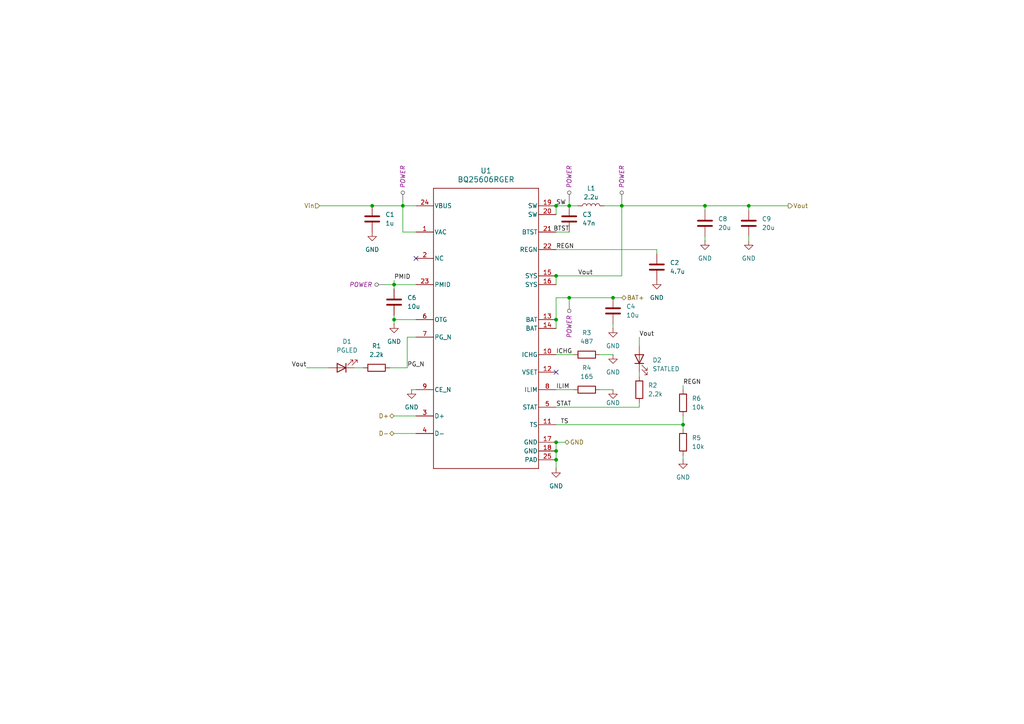
<source format=kicad_sch>
(kicad_sch (version 20231120) (generator "eeschema") (generator_version "8.0")
  (paper "A4")
  (title_block (title "RTAP - Cargador") (date "2024-03-27") (rev "v0.1.0") (company "RTAP"))
  (lib_symbols
    (symbol "Device:C" (pin_numbers hide) (pin_names (offset 0.254))
      (property "Reference" "C" (at 0.635 2.54 0))
      (property "Value" "C" (at 0.635 -2.54 0))
      (symbol "C_0_1"
        (polyline (pts (xy -2.032 -0.762) (xy 2.032 -0.762)) (stroke (width 0.508)))
        (polyline (pts (xy -2.032 0.762) (xy 2.032 0.762)) (stroke (width 0.508)))
      )
      (symbol "C_1_1"
        (pin passive line (at 0 3.81 270) (length 2.794) (name "~") (number "1"))
        (pin passive line (at 0 -3.81 90) (length 2.794) (name "~") (number "2"))
      )
    )
    (symbol "Device:L" (pin_numbers hide) (pin_names (offset 1.016) hide)
      (property "Reference" "L" (at -1.27 0 90))
      (property "Value" "L" (at 1.905 0 90))
      (symbol "L_0_1"
        (arc (start 0 -2.54) (mid 0.6323 -1.905) (end 0 -1.27))
        (arc (start 0 -1.27) (mid 0.6323 -0.635) (end 0 0))
        (arc (start 0 0) (mid 0.6323 0.635) (end 0 1.27))
        (arc (start 0 1.27) (mid 0.6323 1.905) (end 0 2.54))
      )
      (symbol "L_1_1"
        (pin passive line (at 0 3.81 270) (length 1.27) (name "1") (number "1"))
        (pin passive line (at 0 -3.81 90) (length 1.27) (name "2") (number "2"))
      )
    )
    (symbol "Device:LED" (pin_numbers hide) (pin_names (offset 1.016) hide)
      (property "Reference" "D" (at 0 2.54 0))
      (property "Value" "LED" (at 0 -2.54 0))
      (symbol "LED_0_1"
        (polyline (pts (xy -1.27 -1.27) (xy -1.27 1.27)) (stroke (width 0.254)))
        (polyline (pts (xy -1.27 0) (xy 1.27 0)))
        (polyline (pts (xy 1.27 -1.27) (xy 1.27 1.27) (xy -1.27 0) (xy 1.27 -1.27)) (stroke (width 0.254)))
        (polyline (pts (xy -3.048 -0.762) (xy -4.572 -2.286) (xy -3.81 -2.286) (xy -4.572 -2.286) (xy -4.572 -1.524)))
        (polyline (pts (xy -1.778 -0.762) (xy -3.302 -2.286) (xy -2.54 -2.286) (xy -3.302 -2.286) (xy -3.302 -1.524)))
      )
      (symbol "LED_1_1"
        (pin passive line (at -3.81 0 0) (length 2.54) (name "K") (number "1"))
        (pin passive line (at 3.81 0 180) (length 2.54) (name "A") (number "2"))
      )
    )
    (symbol "Device:R" (pin_numbers hide) (pin_names (offset 0))
      (property "Reference" "R" (at 2.032 0 90))
      (property "Value" "R" (at 0 0 90))
      (symbol "R_0_1"
        (rectangle (start -1.016 -2.54) (end 1.016 2.54) (stroke (width 0.254)))
      )
      (symbol "R_1_1"
        (pin passive line (at 0 3.81 270) (length 1.27) (name "~") (number "1"))
        (pin passive line (at 0 -3.81 90) (length 1.27) (name "~") (number "2"))
      )
    )
    (symbol "alimentacion:BQ25606RGER" (pin_names (offset 0.254))
      (property "Reference" "U" (at 0 2.54 0))
      (property "Value" "BQ25606RGER" (at 0 0 0))
      (symbol "BQ25606RGER_0_1"
        (polyline (pts (xy -15.24 -40.64) (xy 15.24 -40.64)) (stroke (width 0.2032)))
        (polyline (pts (xy -15.24 40.64) (xy -15.24 -40.64)) (stroke (width 0.2032)))
        (polyline (pts (xy 15.24 -40.64) (xy 15.24 40.64)) (stroke (width 0.2032)))
        (polyline (pts (xy 15.24 40.64) (xy -15.24 40.64)) (stroke (width 0.2032)))
        (pin power_in line (at -20.32 27.94 0) (length 5.08) (name "VAC") (number "1"))
        (pin bidirectional line (at 20.32 -7.62 180) (length 5.08) (name "ICHG") (number "10"))
        (pin input line (at 20.32 -27.94 180) (length 5.08) (name "TS") (number "11"))
        (pin input line (at 20.32 -12.7 180) (length 5.08) (name "VSET") (number "12"))
        (pin power_in line (at 20.32 2.54 180) (length 5.08) (name "BAT") (number "13"))
        (pin power_in line (at 20.32 0 180) (length 5.08) (name "BAT") (number "14"))
        (pin power_in line (at 20.32 15.24 180) (length 5.08) (name "SYS") (number "15"))
        (pin power_in line (at 20.32 12.7 180) (length 5.08) (name "SYS") (number "16"))
        (pin power_in line (at 20.32 -33.02 180) (length 5.08) (name "GND") (number "17"))
        (pin power_in line (at 20.32 -35.56 180) (length 5.08) (name "GND") (number "18"))
        (pin power_in line (at 20.32 35.56 180) (length 5.08) (name "SW") (number "19"))
        (pin unspecified line (at -20.32 20.32 0) (length 5.08) (name "NC") (number "2"))
        (pin power_in line (at 20.32 33.02 180) (length 5.08) (name "SW") (number "20"))
        (pin power_in line (at 20.32 27.94 180) (length 5.08) (name "BTST") (number "21"))
        (pin power_in line (at 20.32 22.86 180) (length 5.08) (name "REGN") (number "22"))
        (pin output line (at -20.32 12.7 0) (length 5.08) (name "PMID") (number "23"))
        (pin power_in line (at -20.32 35.56 0) (length 5.08) (name "VBUS") (number "24"))
        (pin power_in line (at 20.32 -38.1 180) (length 5.08) (name "PAD") (number "25"))
        (pin input line (at -20.32 -25.4 0) (length 5.08) (name "D+") (number "3"))
        (pin unspecified line (at -20.32 -30.48 0) (length 5.08) (name "D-") (number "4"))
        (pin open_collector line (at 20.32 -22.86 180) (length 5.08) (name "STAT") (number "5"))
        (pin input line (at -20.32 2.54 0) (length 5.08) (name "OTG") (number "6"))
        (pin open_collector line (at -20.32 -2.54 0) (length 5.08) (name "PG_N") (number "7"))
        (pin input line (at 20.32 -17.78 180) (length 5.08) (name "ILIM") (number "8"))
        (pin input line (at -20.32 -17.78 0) (length 5.08) (name "CE_N") (number "9"))
      )
    )
    (symbol "power:GND" (power) (pin_numbers hide) (pin_names (offset 0) hide)
      (property "Value" "GND" (at 0 -3.81 0))
      (symbol "GND_0_1"
        (polyline (pts (xy 0 0) (xy 0 -1.27) (xy 1.27 -1.27) (xy 0 -2.54) (xy -1.27 -1.27) (xy 0 -1.27)))
      )
      (symbol "GND_1_1"
        (pin power_in line (at 0 0 270) (length 0) (name "~") (number "1"))
      )
    )
  )
  (junction (at 217.17 59.69))
  (junction (at 116.84 59.69))
  (junction (at 161.29 92.71))
  (junction (at 114.3 82.55))
  (junction (at 161.29 59.69))
  (junction (at 114.3 92.71))
  (junction (at 165.1 59.69))
  (junction (at 165.1 86.36))
  (junction (at 177.8 86.36))
  (junction (at 161.29 128.27))
  (junction (at 198.12 123.19))
  (junction (at 161.29 80.01))
  (junction (at 161.29 133.35))
  (junction (at 161.29 130.81))
  (junction (at 180.34 59.69))
  (junction (at 204.47 59.69))
  (junction (at 107.95 59.69))
  (no_connect (at 161.29 107.95))
  (no_connect (at 120.65 74.93))
  (wire (pts (xy 190.5 72.39) (xy 161.29 72.39)))
  (wire (pts (xy 198.12 111.76) (xy 198.12 113.03)))
  (wire (pts (xy 204.47 59.69) (xy 217.17 59.69)))
  (wire (pts (xy 165.1 58.42) (xy 165.1 59.69)))
  (wire (pts (xy 204.47 69.85) (xy 204.47 68.58)))
  (wire (pts (xy 173.99 113.03) (xy 177.8 113.03)))
  (wire (pts (xy 161.29 128.27) (xy 161.29 130.81)))
  (wire (pts (xy 185.42 116.84) (xy 185.42 118.11)))
  (wire (pts (xy 198.12 120.65) (xy 198.12 123.19)))
  (wire (pts (xy 118.11 106.68) (xy 118.11 97.79)))
  (wire (pts (xy 161.29 113.03) (xy 166.37 113.03)))
  (wire (pts (xy 180.34 59.69) (xy 180.34 80.01)))
  (wire (pts (xy 198.12 132.08) (xy 198.12 133.35)))
  (wire (pts (xy 161.29 59.69) (xy 165.1 59.69)))
  (wire (pts (xy 180.34 59.69) (xy 204.47 59.69)))
  (wire (pts (xy 185.42 118.11) (xy 161.29 118.11)))
  (wire (pts (xy 161.29 128.27) (xy 163.83 128.27)))
  (wire (pts (xy 177.8 86.36) (xy 180.34 86.36)))
  (wire (pts (xy 204.47 60.96) (xy 204.47 59.69)))
  (wire (pts (xy 114.3 120.65) (xy 120.65 120.65)))
  (wire (pts (xy 114.3 82.55) (xy 114.3 83.82)))
  (wire (pts (xy 161.29 92.71) (xy 161.29 86.36)))
  (wire (pts (xy 114.3 81.28) (xy 114.3 82.55)))
  (wire (pts (xy 114.3 125.73) (xy 120.65 125.73)))
  (wire (pts (xy 161.29 86.36) (xy 165.1 86.36)))
  (wire (pts (xy 120.65 82.55) (xy 114.3 82.55)))
  (wire (pts (xy 161.29 130.81) (xy 161.29 133.35)))
  (wire (pts (xy 177.8 93.98) (xy 177.8 95.25)))
  (wire (pts (xy 120.65 67.31) (xy 116.84 67.31)))
  (wire (pts (xy 165.1 87.63) (xy 165.1 86.36)))
  (wire (pts (xy 102.87 106.68) (xy 105.41 106.68)))
  (wire (pts (xy 190.5 73.66) (xy 190.5 72.39)))
  (wire (pts (xy 114.3 91.44) (xy 114.3 92.71)))
  (wire (pts (xy 161.29 123.19) (xy 198.12 123.19)))
  (wire (pts (xy 107.95 59.69) (xy 116.84 59.69)))
  (wire (pts (xy 114.3 93.98) (xy 114.3 92.71)))
  (wire (pts (xy 113.03 106.68) (xy 118.11 106.68)))
  (wire (pts (xy 217.17 59.69) (xy 228.6 59.69)))
  (wire (pts (xy 217.17 69.85) (xy 217.17 68.58)))
  (wire (pts (xy 173.99 102.87) (xy 177.8 102.87)))
  (wire (pts (xy 161.29 59.69) (xy 161.29 62.23)))
  (wire (pts (xy 111.76 82.55) (xy 114.3 82.55)))
  (wire (pts (xy 116.84 59.69) (xy 120.65 59.69)))
  (wire (pts (xy 165.1 86.36) (xy 177.8 86.36)))
  (wire (pts (xy 161.29 133.35) (xy 161.29 135.89)))
  (wire (pts (xy 92.71 59.69) (xy 107.95 59.69)))
  (wire (pts (xy 185.42 107.95) (xy 185.42 109.22)))
  (wire (pts (xy 161.29 92.71) (xy 161.29 95.25)))
  (wire (pts (xy 116.84 58.42) (xy 116.84 59.69)))
  (wire (pts (xy 198.12 123.19) (xy 198.12 124.46)))
  (wire (pts (xy 175.26 59.69) (xy 180.34 59.69)))
  (wire (pts (xy 185.42 97.79) (xy 185.42 100.33)))
  (wire (pts (xy 114.3 92.71) (xy 120.65 92.71)))
  (wire (pts (xy 119.38 113.03) (xy 120.65 113.03)))
  (wire (pts (xy 180.34 80.01) (xy 161.29 80.01)))
  (wire (pts (xy 161.29 67.31) (xy 165.1 67.31)))
  (wire (pts (xy 161.29 80.01) (xy 161.29 82.55)))
  (wire (pts (xy 116.84 67.31) (xy 116.84 59.69)))
  (wire (pts (xy 118.11 97.79) (xy 120.65 97.79)))
  (wire (pts (xy 161.29 102.87) (xy 166.37 102.87)))
  (wire (pts (xy 217.17 60.96) (xy 217.17 59.69)))
  (wire (pts (xy 165.1 59.69) (xy 167.64 59.69)))
  (wire (pts (xy 88.9 106.68) (xy 95.25 106.68)))
  (wire (pts (xy 180.34 58.42) (xy 180.34 59.69)))
  (label "REGN" (at 198.12 111.76 0))
  (label "Vout" (at 88.9 106.68 180))
  (label "PG_N" (at 118.11 106.68 0))
  (label "TS" (at 162.56 123.19 0))
  (label "Vout" (at 167.64 80.01 0))
  (label "PMID" (at 114.3 81.28 0))
  (label "ILIM" (at 161.29 113.03 0))
  (label "REGN" (at 161.29 72.39 0))
  (label "Vout" (at 185.42 97.79 0))
  (label "BTST" (at 165.1 67.31 180))
  (label "SW" (at 161.29 59.69 0))
  (label "STAT" (at 161.29 118.11 0))
  (label "ICHG" (at 161.29 102.87 0))
  (hierarchical_label "GND" (shape bidirectional) (at 163.83 128.27 0))
  (hierarchical_label "Vin" (shape input) (at 92.71 59.69 180))
  (hierarchical_label "Vout" (shape output) (at 228.6 59.69 0))
  (hierarchical_label "D-" (shape bidirectional) (at 114.3 125.73 180))
  (hierarchical_label "D+" (shape bidirectional) (at 114.3 120.65 180))
  (hierarchical_label "BAT+" (shape bidirectional) (at 180.34 86.36 0))
  (netclass_flag "" (length 2.54) (shape round) (at 165.1 87.63 180) (property "Netclass" "POWER" (at 165.1 91.44 90) (effects (font (italic yes)) (justify right))))
  (netclass_flag "" (length 2.54) (shape round) (at 116.84 58.42 0) (property "Netclass" "POWER" (at 116.84 54.61 90) (effects (font (italic yes)) (justify left))))
  (netclass_flag "" (length 2.54) (shape round) (at 180.34 58.42 0) (property "Netclass" "POWER" (at 180.34 54.61 90) (effects (font (italic yes)) (justify left))))
  (netclass_flag "" (length 2.54) (shape round) (at 165.1 58.42 0) (property "Netclass" "POWER" (at 165.1 54.61 90) (effects (font (italic yes)) (justify left))))
  (netclass_flag "" (length 2.54) (shape round) (at 111.76 82.55 90) (property "Netclass" "POWER" (at 107.95 82.55 0) (effects (font (italic yes)) (justify right))))
  (symbol (lib_id "Device:L") (at 171.45 59.69 90) (unit 1)
    (property "Reference" "L1" (at 171.45 54.61 90))
    (property "Value" "2.2u" (at 171.45 57.15 90))
    (property "Footprint" "library:SRN6045" (effects (hide yes)))
    (property "Description" "Inductor" (effects (hide yes)))
  )
  (symbol (lib_id "Device:R") (at 185.42 113.03 0) (unit 1)
    (property "Reference" "R2" (at 187.96 111.7599 0) (effects (justify left)))
    (property "Value" "2.2k" (at 187.96 114.2999 0) (effects (justify left)))
    (property "Footprint" "Resistor_SMD:R_0603_1608Metric" (effects (hide yes)))
    (property "Description" "Resistor" (effects (hide yes)))
  )
  (symbol (lib_id "Device:C") (at 177.8 90.17 180) (unit 1)
    (property "Reference" "C4" (at 181.61 88.8999 0) (effects (justify right)))
    (property "Value" "10u" (at 181.61 91.4399 0) (effects (justify right)))
    (property "Footprint" "Capacitor_SMD:C_0603_1608Metric" (effects (hide yes)))
    (property "Description" "Unpolarized capacitor" (effects (hide yes)))
  )
  (symbol (lib_id "Device:C") (at 165.1 63.5 0) (unit 1)
    (property "Reference" "C3" (at 168.91 62.2299 0) (effects (justify left)))
    (property "Value" "47n" (at 168.91 64.7699 0) (effects (justify left)))
    (property "Footprint" "Capacitor_SMD:C_0603_1608Metric" (effects (hide yes)))
    (property "Description" "Unpolarized capacitor" (effects (hide yes)))
  )
  (symbol (lib_id "Device:R") (at 170.18 113.03 270) (unit 1)
    (property "Reference" "R4" (at 170.18 106.68 90))
    (property "Value" "165" (at 170.18 109.22 90))
    (property "Footprint" "Resistor_SMD:R_0603_1608Metric" (effects (hide yes)))
    (property "Description" "Resistor" (effects (hide yes)))
  )
  (symbol (lib_id "power:GND") (at 177.8 95.25 0) (unit 1)
    (property "Reference" "#PWR09" (effects (hide yes)))
    (property "Value" "GND" (at 177.8 100.33 0))
    (property "Description" "Power symbol creates a global label with name \"GND\" , ground" (effects (hide yes)))
  )
  (symbol (lib_id "Device:LED") (at 99.06 106.68 180) (unit 1)
    (property "Reference" "D1" (at 100.6475 99.06 0))
    (property "Value" "PGLED" (at 100.6475 101.6 0))
    (property "Footprint" "Diode_SMD:D_0603_1608Metric_Pad1.05x0.95mm_HandSolder" (effects (hide yes)))
    (property "Description" "Light emitting diode" (effects (hide yes)))
  )
  (symbol (lib_id "power:GND") (at 119.38 113.03 0) (unit 1)
    (property "Reference" "#PWR02" (effects (hide yes)))
    (property "Value" "GND" (at 119.38 118.11 0))
    (property "Description" "Power symbol creates a global label with name \"GND\" , ground" (effects (hide yes)))
  )
  (symbol (lib_id "alimentacion:BQ25606RGER") (at 140.97 95.25 0) (unit 1)
    (property "Reference" "U1" (at 140.97 49.53 0) (effects (font (size 1.524 1.524))))
    (property "Value" "BQ25606RGER" (at 140.97 52.07 0) (effects (font (size 1.524 1.524))))
    (property "Footprint" "library:RGE0024H_NV" (effects (hide yes)))
    (property "Datasheet" "BQ25606RGER" (effects (hide yes)))
  )
  (symbol (lib_id "power:GND") (at 161.29 135.89 0) (unit 1)
    (property "Reference" "#PWR05" (effects (hide yes)))
    (property "Value" "GND" (at 161.29 140.97 0))
    (property "Description" "Power symbol creates a global label with name \"GND\" , ground" (effects (hide yes)))
  )
  (symbol (lib_id "power:GND") (at 204.47 69.85 0) (unit 1)
    (property "Reference" "#PWR021" (effects (hide yes)))
    (property "Value" "GND" (at 204.47 74.93 0))
    (property "Description" "Power symbol creates a global label with name \"GND\" , ground" (effects (hide yes)))
  )
  (symbol (lib_id "Device:C") (at 114.3 87.63 0) (unit 1)
    (property "Reference" "C6" (at 118.11 86.3599 0) (effects (justify left)))
    (property "Value" "10u" (at 118.11 88.8999 0) (effects (justify left)))
    (property "Footprint" "Capacitor_SMD:C_0603_1608Metric" (effects (hide yes)))
    (property "Description" "Unpolarized capacitor" (effects (hide yes)))
  )
  (symbol (lib_id "power:GND") (at 107.95 67.31 0) (unit 1)
    (property "Reference" "#PWR01" (effects (hide yes)))
    (property "Value" "GND" (at 107.95 72.39 0))
    (property "Description" "Power symbol creates a global label with name \"GND\" , ground" (effects (hide yes)))
  )
  (symbol (lib_id "power:GND") (at 114.3 93.98 0) (unit 1)
    (property "Reference" "#PWR03" (effects (hide yes)))
    (property "Value" "GND" (at 114.3 99.06 0))
    (property "Description" "Power symbol creates a global label with name \"GND\" , ground" (effects (hide yes)))
  )
  (symbol (lib_id "Device:R") (at 198.12 128.27 0) (unit 1)
    (property "Reference" "R5" (at 200.66 126.9999 0) (effects (justify left)))
    (property "Value" "10k" (at 200.66 129.5399 0) (effects (justify left)))
    (property "Footprint" "Resistor_SMD:R_0603_1608Metric" (effects (hide yes)))
    (property "Description" "Resistor" (effects (hide yes)))
  )
  (symbol (lib_id "Device:R") (at 109.22 106.68 90) (unit 1)
    (property "Reference" "R1" (at 109.22 100.33 90))
    (property "Value" "2.2k" (at 109.22 102.87 90))
    (property "Footprint" "Resistor_SMD:R_0603_1608Metric" (effects (hide yes)))
    (property "Description" "Resistor" (effects (hide yes)))
  )
  (symbol (lib_id "power:GND") (at 217.17 69.85 0) (unit 1)
    (property "Reference" "#PWR022" (effects (hide yes)))
    (property "Value" "GND" (at 217.17 74.93 0))
    (property "Description" "Power symbol creates a global label with name \"GND\" , ground" (effects (hide yes)))
  )
  (symbol (lib_id "power:GND") (at 177.8 113.03 0) (unit 1)
    (property "Reference" "#PWR06" (effects (hide yes)))
    (property "Value" "GND" (at 177.8 116.84 0))
    (property "Description" "Power symbol creates a global label with name \"GND\" , ground" (effects (hide yes)))
  )
  (symbol (lib_id "power:GND") (at 190.5 81.28 0) (unit 1)
    (property "Reference" "#PWR04" (effects (hide yes)))
    (property "Value" "GND" (at 190.5 86.36 0))
    (property "Description" "Power symbol creates a global label with name \"GND\" , ground" (effects (hide yes)))
  )
  (symbol (lib_id "Device:LED") (at 185.42 104.14 90) (unit 1)
    (property "Reference" "D2" (at 189.23 104.4574 90) (effects (justify right)))
    (property "Value" "STATLED" (at 189.23 106.9974 90) (effects (justify right)))
    (property "Footprint" "Diode_SMD:D_0603_1608Metric_Pad1.05x0.95mm_HandSolder" (effects (hide yes)))
    (property "Description" "Light emitting diode" (effects (hide yes)))
  )
  (symbol (lib_id "power:GND") (at 177.8 102.87 0) (unit 1)
    (property "Reference" "#PWR07" (effects (hide yes)))
    (property "Value" "GND" (at 177.8 107.95 0))
    (property "Description" "Power symbol creates a global label with name \"GND\" , ground" (effects (hide yes)))
  )
  (symbol (lib_id "Device:C") (at 204.47 64.77 180) (unit 1)
    (property "Reference" "C8" (at 208.28 63.4999 0) (effects (justify right)))
    (property "Value" "20u" (at 208.28 66.0399 0) (effects (justify right)))
    (property "Footprint" "Capacitor_SMD:C_0603_1608Metric" (effects (hide yes)))
    (property "Description" "Unpolarized capacitor" (effects (hide yes)))
  )
  (symbol (lib_id "Device:R") (at 170.18 102.87 270) (unit 1)
    (property "Reference" "R3" (at 170.18 96.52 90))
    (property "Value" "487" (at 170.18 99.06 90))
    (property "Footprint" "Resistor_SMD:R_0603_1608Metric" (effects (hide yes)))
    (property "Description" "Resistor" (effects (hide yes)))
  )
  (symbol (lib_id "power:GND") (at 198.12 133.35 0) (unit 1)
    (property "Reference" "#PWR08" (effects (hide yes)))
    (property "Value" "GND" (at 198.12 138.43 0))
    (property "Description" "Power symbol creates a global label with name \"GND\" , ground" (effects (hide yes)))
  )
  (symbol (lib_id "Device:R") (at 198.12 116.84 0) (unit 1)
    (property "Reference" "R6" (at 200.66 115.5699 0) (effects (justify left)))
    (property "Value" "10k" (at 200.66 118.1099 0) (effects (justify left)))
    (property "Footprint" "Resistor_SMD:R_0603_1608Metric" (effects (hide yes)))
    (property "Description" "Resistor" (effects (hide yes)))
  )
  (symbol (lib_id "Device:C") (at 107.95 63.5 0) (unit 1)
    (property "Reference" "C1" (at 111.76 62.2299 0) (effects (justify left)))
    (property "Value" "1u" (at 111.76 64.7699 0) (effects (justify left)))
    (property "Footprint" "Capacitor_SMD:C_0603_1608Metric" (effects (hide yes)))
    (property "Description" "Unpolarized capacitor" (effects (hide yes)))
  )
  (symbol (lib_id "Device:C") (at 190.5 77.47 180) (unit 1)
    (property "Reference" "C2" (at 194.31 76.1999 0) (effects (justify right)))
    (property "Value" "4.7u" (at 194.31 78.7399 0) (effects (justify right)))
    (property "Footprint" "Capacitor_SMD:C_0603_1608Metric" (effects (hide yes)))
    (property "Description" "Unpolarized capacitor" (effects (hide yes)))
  )
  (symbol (lib_id "Device:C") (at 217.17 64.77 180) (unit 1)
    (property "Reference" "C9" (at 220.98 63.4999 0) (effects (justify right)))
    (property "Value" "20u" (at 220.98 66.0399 0) (effects (justify right)))
    (property "Footprint" "Capacitor_SMD:C_0603_1608Metric" (effects (hide yes)))
    (property "Description" "Unpolarized capacitor" (effects (hide yes)))
  )
)
</source>
